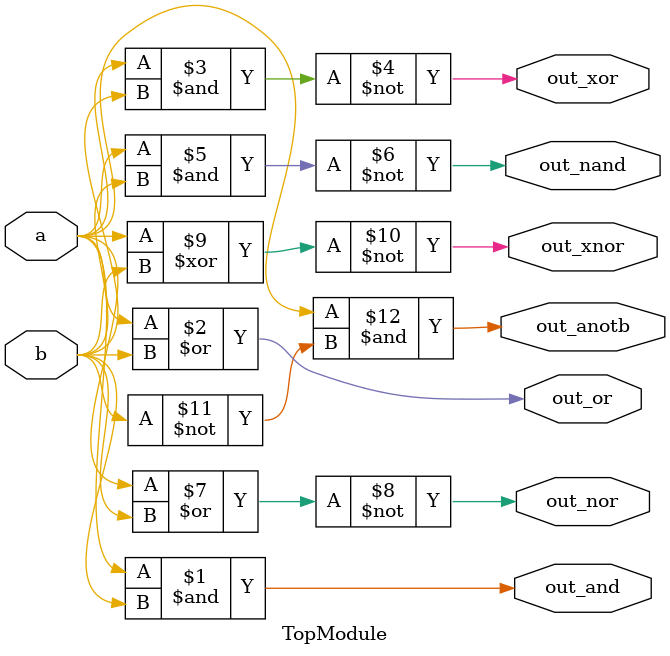
<source format=sv>

module TopModule (
    input a,      // Positive clock/clk triggered
    input b,      // Positive clock/clk triggered
    output out_and,
    output out_or,
    output out_xor,
    output out_nand,
    output out_nor,
    output out_xnor,
    output out_anotb
);

    // Assign outputs based on the logic gates described
    assign out_and = a & b;      // AND gate
    assign out_or = a | b;       // OR gate
    assign out_xor = ~ (a & b); // XOR gate using NOT and AND
    assign out_nand = ~(a & b); // NAND gate using NOT and AND
    assign out_nor = ~(a | b);  // NOR gate using NOT and OR
    assign out_xnor = ~(a ^ b); // XNOR gate using NOT and XOR
    assign out_anotb = a & ~b;  // AND gate with NOT B

endmodule

// VERILOG-EVAL: errant inclusion of module definition

</source>
